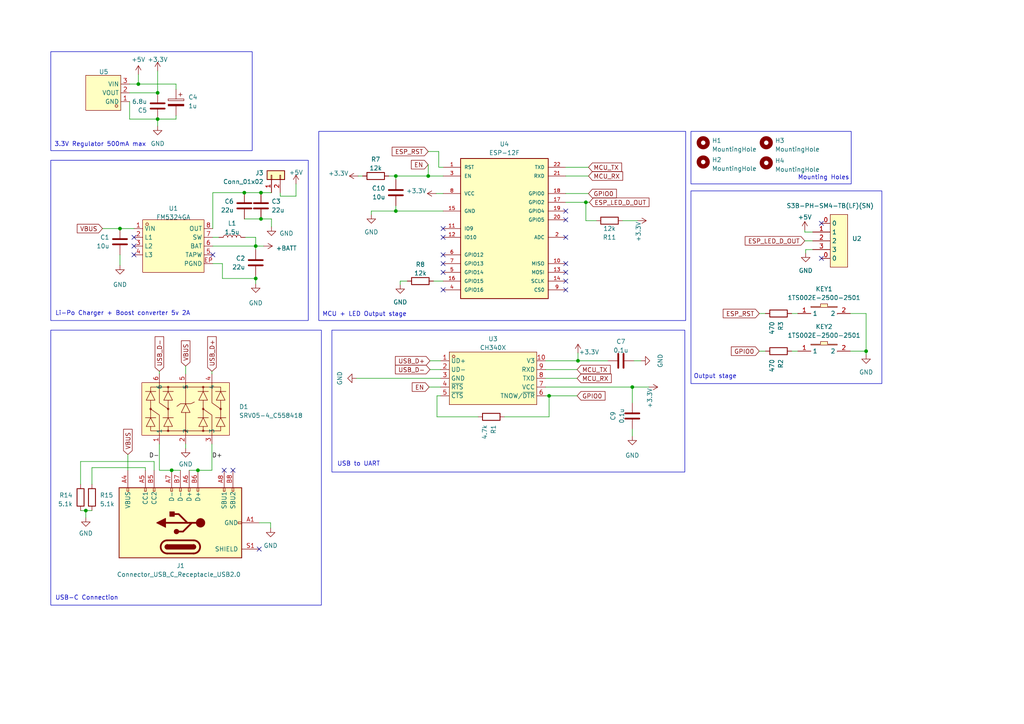
<source format=kicad_sch>
(kicad_sch (version 20231120) (generator "eeschema") (generator_version "8.0")
  (paper "A4")
  (lib_symbols
    (symbol "Connector_Generic:Conn_01x02" (pin_names (offset 1.016) hide)
      (property "Reference" "J" (at 0 2.54 0))
      (property "Value" "Conn_01x02" (at 0 -5.08 0))
      (symbol "Conn_01x02_1_1"
        (rectangle (start -1.27 -2.413) (end 0 -2.667) (stroke (width 0.1524)))
        (rectangle (start -1.27 0.127) (end 0 -0.127) (stroke (width 0.1524)))
        (rectangle (start -1.27 1.27) (end 1.27 -3.81) (stroke (width 0.254)) (fill (type background)))
        (pin passive line (at -5.08 0 0) (length 3.81) (name "Pin_1") (number "1"))
        (pin passive line (at -5.08 -2.54 0) (length 3.81) (name "Pin_2") (number "2"))
      )
    )
    (symbol "Device:C" (pin_numbers hide) (pin_names (offset 0.254))
      (property "Reference" "C" (at 0.635 2.54 0))
      (property "Value" "C" (at 0.635 -2.54 0))
      (symbol "C_0_1"
        (polyline (pts (xy -2.032 -0.762) (xy 2.032 -0.762)) (stroke (width 0.508)))
        (polyline (pts (xy -2.032 0.762) (xy 2.032 0.762)) (stroke (width 0.508)))
      )
      (symbol "C_1_1"
        (pin passive line (at 0 3.81 270) (length 2.794) (name "~") (number "1"))
        (pin passive line (at 0 -3.81 90) (length 2.794) (name "~") (number "2"))
      )
    )
    (symbol "Device:C_Polarized" (pin_numbers hide) (pin_names (offset 0.254))
      (property "Reference" "C" (at 0.635 2.54 0))
      (property "Value" "C_Polarized" (at 0.635 -2.54 0))
      (symbol "C_Polarized_0_1"
        (rectangle (start -2.286 0.508) (end 2.286 1.016))
        (polyline (pts (xy -1.778 2.286) (xy -0.762 2.286)))
        (polyline (pts (xy -1.27 2.794) (xy -1.27 1.778)))
        (rectangle (start 2.286 -0.508) (end -2.286 -1.016) (fill (type outline)))
      )
      (symbol "C_Polarized_1_1"
        (pin passive line (at 0 3.81 270) (length 2.794) (name "~") (number "1"))
        (pin passive line (at 0 -3.81 90) (length 2.794) (name "~") (number "2"))
      )
    )
    (symbol "Device:L" (pin_numbers hide) (pin_names (offset 1.016) hide)
      (property "Reference" "L" (at -1.27 0 90))
      (property "Value" "L" (at 1.905 0 90))
      (symbol "L_0_1"
        (arc (start 0 -2.54) (mid 0.6323 -1.905) (end 0 -1.27))
        (arc (start 0 -1.27) (mid 0.6323 -0.635) (end 0 0))
        (arc (start 0 0) (mid 0.6323 0.635) (end 0 1.27))
        (arc (start 0 1.27) (mid 0.6323 1.905) (end 0 2.54))
      )
      (symbol "L_1_1"
        (pin passive line (at 0 3.81 270) (length 1.27) (name "1") (number "1"))
        (pin passive line (at 0 -3.81 90) (length 1.27) (name "2") (number "2"))
      )
    )
    (symbol "Device:R" (pin_numbers hide) (pin_names (offset 0))
      (property "Reference" "R" (at 2.032 0 90))
      (property "Value" "R" (at 0 0 90))
      (symbol "R_0_1"
        (rectangle (start -1.016 -2.54) (end 1.016 2.54) (stroke (width 0.254)))
      )
      (symbol "R_1_1"
        (pin passive line (at 0 3.81 270) (length 1.27) (name "~") (number "1"))
        (pin passive line (at 0 -3.81 90) (length 1.27) (name "~") (number "2"))
      )
    )
    (symbol "ESP-12F:ESP-12F" (pin_names (offset 1.016))
      (property "Reference" "U" (at -12.7254 22.9057 0))
      (property "Value" "ESP-12F" (at -12.7237 -22.9026 0))
      (symbol "ESP-12F_0_0"
        (rectangle (start -12.7 -20.32) (end 12.7 20.32) (stroke (width 0.254)) (fill (type background)))
        (pin bidirectional line (at -17.78 17.78 0) (length 5.08) (name "RST") (number "1"))
        (pin bidirectional line (at 17.78 -10.16 180) (length 5.08) (name "MISO") (number "10"))
        (pin bidirectional line (at -17.78 0 0) (length 5.08) (name "IO9") (number "11"))
        (pin bidirectional line (at -17.78 -2.54 0) (length 5.08) (name "IO10") (number "12"))
        (pin bidirectional line (at 17.78 -12.7 180) (length 5.08) (name "MOSI") (number "13"))
        (pin bidirectional line (at 17.78 -15.24 180) (length 5.08) (name "SCLK") (number "14"))
        (pin bidirectional line (at -17.78 5.08 0) (length 5.08) (name "GND") (number "15"))
        (pin bidirectional line (at -17.78 -15.24 0) (length 5.08) (name "GPIO15") (number "16"))
        (pin bidirectional line (at 17.78 7.62 180) (length 5.08) (name "GPIO2") (number "17"))
        (pin bidirectional line (at 17.78 10.16 180) (length 5.08) (name "GPIO0") (number "18"))
        (pin bidirectional line (at 17.78 5.08 180) (length 5.08) (name "GPIO4") (number "19"))
        (pin bidirectional line (at 17.78 -2.54 180) (length 5.08) (name "ADC") (number "2"))
        (pin bidirectional line (at 17.78 2.54 180) (length 5.08) (name "GPIO5") (number "20"))
        (pin bidirectional line (at 17.78 15.24 180) (length 5.08) (name "RXD") (number "21"))
        (pin bidirectional line (at 17.78 17.78 180) (length 5.08) (name "TXD") (number "22"))
        (pin bidirectional line (at -17.78 15.24 0) (length 5.08) (name "EN") (number "3"))
        (pin bidirectional line (at -17.78 -17.78 0) (length 5.08) (name "GPIO16") (number "4"))
        (pin bidirectional line (at -17.78 -12.7 0) (length 5.08) (name "GPIO14") (number "5"))
        (pin bidirectional line (at -17.78 -7.62 0) (length 5.08) (name "GPIO12") (number "6"))
        (pin bidirectional line (at -17.78 -10.16 0) (length 5.08) (name "GPIO13") (number "7"))
        (pin bidirectional line (at -17.78 10.16 0) (length 5.08) (name "VCC") (number "8"))
        (pin bidirectional line (at 17.78 -17.78 180) (length 5.08) (name "CS0") (number "9"))
      )
    )
    (symbol "Easy EDA:1TS002E-2500-2501"
      (property "Reference" "KEY" (at 0 5.08 0))
      (property "Value" "1TS002E-2500-2501" (at 0 -5.08 0))
      (symbol "1TS002E-2500-2501_0_1"
        (arc (start -2.29 -0.25) (mid -2.29 -0.25) (end -2.29 -0.25))
        (polyline (pts (xy -3.81 2.03) (xy -3.81 1.78) (xy 3.81 1.78) (xy 3.81 2.03) (xy 1.02 2.03) (xy 1.02 2.79) (xy -1.02 2.79) (xy -1.02 2.03) (xy -3.81 2.03)) (fill (type background)))
        (arc (start 3.81 -0.25) (mid 3.81 -0.25) (end 3.81 -0.25))
        (pin unspecified line (at -7.62 0 0) (length 3.81) (name "1") (number "1"))
        (pin unspecified line (at 7.62 0 180) (length 3.81) (name "2") (number "2"))
      )
    )
    (symbol "Easy EDA:CH340X"
      (property "Reference" "U" (at 0 10.16 0))
      (property "Value" "CH340X" (at 0 -10.16 0))
      (symbol "CH340X_0_1"
        (rectangle (start -12.7 7.62) (end 12.7 -7.62) (fill (type background)))
        (circle (center -11.43 6.35) (radius 0.38))
        (pin unspecified line (at -15.24 5.08 0) (length 2.54) (name "UD+") (number "1"))
        (pin unspecified line (at 15.24 5.08 180) (length 2.54) (name "V3") (number "10"))
        (pin unspecified line (at -15.24 2.54 0) (length 2.54) (name "UD-") (number "2"))
        (pin unspecified line (at -15.24 0 0) (length 2.54) (name "GND") (number "3"))
        (pin unspecified line (at -15.24 -2.54 0) (length 2.54) (name "~{RTS}") (number "4"))
        (pin unspecified line (at -15.24 -5.08 0) (length 2.54) (name "~{CTS}") (number "5"))
        (pin unspecified line (at 15.24 -5.08 180) (length 2.54) (name "TNOW/~{DTR}") (number "6"))
        (pin unspecified line (at 15.24 -2.54 180) (length 2.54) (name "VCC") (number "7"))
        (pin unspecified line (at 15.24 0 180) (length 2.54) (name "TXD") (number "8"))
        (pin unspecified line (at 15.24 2.54 180) (length 2.54) (name "RXD") (number "9"))
      )
    )
    (symbol "Easy EDA:FM5324GA"
      (property "Reference" "U" (at 0 8.89 0))
      (property "Value" "FM5324GA" (at 0 -11.43 0))
      (symbol "FM5324GA_0_1"
        (rectangle (start -8.89 6.35) (end 8.89 -8.89) (fill (type background)))
        (circle (center -7.62 5.08) (radius 0.38))
      )
      (symbol "FM5324GA_1_1"
        (pin input line (at -11.43 3.81 0) (length 2.54) (name "VIN") (number "1"))
        (pin output line (at -11.43 1.27 0) (length 2.54) (name "L1") (number "2"))
        (pin output line (at -11.43 -1.27 0) (length 2.54) (name "L2") (number "3"))
        (pin output line (at -11.43 -3.81 0) (length 2.54) (name "L3") (number "4"))
        (pin bidirectional line (at 11.43 -3.81 180) (length 2.54) (name "TAPW") (number "5"))
        (pin bidirectional line (at 11.43 -1.27 180) (length 2.54) (name "BAT") (number "6"))
        (pin input line (at 11.43 1.27 180) (length 2.54) (name "SW") (number "7"))
        (pin output line (at 11.43 3.81 180) (length 2.54) (name "OUT") (number "8"))
        (pin bidirectional line (at 11.43 -6.35 180) (length 2.54) (name "PGND") (number "EP"))
      )
    )
    (symbol "Easy EDA:S3B-PH-SM4-TB(LF)(SN)"
      (property "Reference" "U" (at 0 10.16 0))
      (property "Value" "S3B-PH-SM4-TB(LF)(SN)" (at 0 -10.16 0))
      (symbol "S3B-PH-SM4-TB(LF)(SN)_0_1"
        (rectangle (start 0 7.62) (end 5.08 -7.62) (fill (type background)))
        (pin unspecified line (at -2.54 -5.08 0) (length 2.54) (name "0") (number "0"))
        (pin unspecified line (at -2.54 5.08 0) (length 2.54) (name "0") (number "0"))
        (pin unspecified line (at -5.08 2.54 0) (length 5.08) (name "1") (number "1"))
        (pin unspecified line (at -5.08 0 0) (length 5.08) (name "2") (number "2"))
        (pin unspecified line (at -5.08 -2.54 0) (length 5.08) (name "3") (number "3"))
      )
    )
    (symbol "Easy EDA:SRV05-4_C558418"
      (property "Reference" "D" (at 0 15.24 0))
      (property "Value" "SRV05-4_C558418" (at 0 -15.24 0))
      (symbol "SRV05-4_C558418_0_1"
        (rectangle (start -12.7 7.62) (end 12.7 -7.62) (fill (type background)))
        (circle (center -10.16 0) (radius 0.25))
        (circle (center -5.08 -6.35) (radius 0.25))
        (circle (center -5.08 0) (radius 0.25))
        (circle (center -5.08 6.35) (radius 0.25))
        (circle (center 0 -6.35) (radius 0.25))
        (polyline (pts (xy -11.68 -2.54) (xy -8.64 -2.54)))
        (polyline (pts (xy -11.68 5.08) (xy -8.64 5.08)))
        (polyline (pts (xy -10.16 2.54) (xy -10.16 -2.54)))
        (polyline (pts (xy -6.6 -2.54) (xy -3.56 -2.54)))
        (polyline (pts (xy -6.6 5.08) (xy -3.56 5.08)))
        (polyline (pts (xy -5.08 -5.08) (xy -5.08 -6.35)))
        (polyline (pts (xy -5.08 2.54) (xy -5.08 -2.54)))
        (polyline (pts (xy -5.08 5.08) (xy -5.08 6.35)))
        (polyline (pts (xy 0 -6.35) (xy 0 -7.62)))
        (polyline (pts (xy 0 -1.02) (xy 0 -6.35)))
        (polyline (pts (xy 0 1.52) (xy 0 6.35)))
        (polyline (pts (xy 0 7.62) (xy 0 6.35)))
        (polyline (pts (xy 3.56 -2.54) (xy 6.6 -2.54)))
        (polyline (pts (xy 3.56 5.08) (xy 6.6 5.08)))
        (polyline (pts (xy 5.08 -5.08) (xy 5.08 -6.35)))
        (polyline (pts (xy 5.08 2.54) (xy 5.08 -2.54)))
        (polyline (pts (xy 5.08 5.08) (xy 5.08 6.35)))
        (polyline (pts (xy 8.64 -2.54) (xy 11.68 -2.54)))
        (polyline (pts (xy 8.64 5.08) (xy 11.68 5.08)))
        (polyline (pts (xy 10.16 2.54) (xy 10.16 -2.54)))
        (polyline (pts (xy -10.16 0) (xy -7.62 -1.78) (xy -7.62 -7.62)))
        (polyline (pts (xy -5.08 0) (xy -7.62 1.78) (xy -7.62 7.62)))
        (polyline (pts (xy 5.08 0) (xy 7.62 -1.78) (xy 7.62 -7.62)))
        (polyline (pts (xy 10.16 0) (xy 7.62 1.78) (xy 7.62 7.62)))
        (polyline (pts (xy -11.43 -5.08) (xy -10.16 -2.54) (xy -8.89 -5.08) (xy -11.43 -5.08)) (fill (type background)))
        (polyline (pts (xy -11.43 2.54) (xy -10.16 5.08) (xy -8.89 2.54) (xy -11.43 2.54)) (fill (type background)))
        (polyline (pts (xy -10.16 5.08) (xy -10.16 6.35) (xy 10.16 6.35) (xy 10.16 5.08)))
        (polyline (pts (xy -6.35 -5.08) (xy -5.08 -2.54) (xy -3.81 -5.08) (xy -6.35 -5.08)) (fill (type background)))
        (polyline (pts (xy -6.35 2.54) (xy -5.08 5.08) (xy -3.81 2.54) (xy -6.35 2.54)) (fill (type background)))
        (polyline (pts (xy -2.54 0.76) (xy -1.52 1.52) (xy 1.52 1.52) (xy 2.54 2.03)))
        (polyline (pts (xy -1.27 -1.02) (xy 0 1.52) (xy 1.27 -1.02) (xy -1.27 -1.02)) (fill (type background)))
        (polyline (pts (xy 3.81 -5.08) (xy 5.08 -2.54) (xy 6.35 -5.08) (xy 3.81 -5.08)) (fill (type background)))
        (polyline (pts (xy 3.81 2.54) (xy 5.08 5.08) (xy 6.35 2.54) (xy 3.81 2.54)) (fill (type background)))
        (polyline (pts (xy 8.89 -5.08) (xy 10.16 -2.54) (xy 11.43 -5.08) (xy 8.89 -5.08)) (fill (type background)))
        (polyline (pts (xy 8.89 2.54) (xy 10.16 5.08) (xy 11.43 2.54) (xy 8.89 2.54)) (fill (type background)))
        (polyline (pts (xy 10.16 -5.08) (xy 10.16 -6.35) (xy -10.16 -6.35) (xy -10.16 -5.08)))
        (circle (center 0 6.35) (radius 0.25))
        (circle (center 5.08 -6.35) (radius 0.25))
        (circle (center 5.08 0) (radius 0.25))
        (circle (center 5.08 6.35) (radius 0.25))
        (circle (center 10.16 0) (radius 0.25))
        (pin unspecified line (at -7.62 -10.16 90) (length 2.54) (name "1") (number "1"))
        (pin unspecified line (at 0 -10.16 90) (length 2.54) (name "2") (number "2"))
        (pin unspecified line (at 7.62 -10.16 90) (length 2.54) (name "3") (number "3"))
        (pin unspecified line (at 7.62 10.16 270) (length 2.54) (name "4") (number "4"))
        (pin unspecified line (at 0 10.16 270) (length 2.54) (name "5") (number "5"))
        (pin unspecified line (at -7.62 10.16 270) (length 2.54) (name "6") (number "6"))
      )
    )
    (symbol "Easy EDA:SSP7603P33MR"
      (property "Reference" "U" (at 0 7.62 0))
      (property "Value" "SSP7603P33MR" (at 0 -7.62 0))
      (symbol "SSP7603P33MR_0_1"
        (rectangle (start -5.08 5.08) (end 5.08 -5.08) (fill (type background)))
        (circle (center -3.81 3.81) (radius 0.38))
        (pin unspecified line (at -7.62 2.54 0) (length 2.54) (name "GND") (number "1"))
        (pin unspecified line (at -7.62 0 0) (length 2.54) (name "VOUT") (number "2"))
        (pin unspecified line (at -7.62 -2.54 0) (length 2.54) (name "VIN") (number "3"))
      )
    )
    (symbol "Mechanical:MountingHole" (pin_names (offset 1.016))
      (property "Reference" "H" (at 0 5.08 0))
      (property "Value" "MountingHole" (at 0 3.175 0))
      (symbol "MountingHole_0_1"
        (circle (center 0 0) (radius 1.27) (stroke (width 1.27)))
      )
    )
    (symbol "USB-C-20:Connector_USB_C_Receptacle_USB2.0" (pin_names (offset 1.016))
      (property "Reference" "J" (at -10.16 19.05 0))
      (property "Value" "Connector_USB_C_Receptacle_USB2.0" (at 19.05 19.05 0))
      (symbol "Connector_USB_C_Receptacle_USB2.0_0_0"
        (rectangle (start -0.254 -17.78) (end 0.254 -16.764))
        (rectangle (start 10.16 -14.986) (end 9.144 -15.494))
        (rectangle (start 10.16 -12.446) (end 9.144 -12.954))
        (rectangle (start 10.16 -4.826) (end 9.144 -5.334))
        (rectangle (start 10.16 -2.286) (end 9.144 -2.794))
        (rectangle (start 10.16 0.254) (end 9.144 -0.254))
        (rectangle (start 10.16 2.794) (end 9.144 2.286))
        (rectangle (start 10.16 7.874) (end 9.144 7.366))
        (rectangle (start 10.16 10.414) (end 9.144 9.906))
        (rectangle (start 10.16 15.494) (end 9.144 14.986))
      )
      (symbol "Connector_USB_C_Receptacle_USB2.0_0_1"
        (rectangle (start -10.16 17.78) (end 10.16 -17.78) (stroke (width 0.254)) (fill (type background)))
        (arc (start -8.89 -3.81) (mid -6.985 -5.7067) (end -5.08 -3.81) (stroke (width 0.508)))
        (arc (start -7.62 -3.81) (mid -6.985 -4.4423) (end -6.35 -3.81) (stroke (width 0.254)))
        (arc (start -7.62 -3.81) (mid -6.985 -4.4423) (end -6.35 -3.81) (stroke (width 0.254)) (fill (type outline)))
        (rectangle (start -7.62 -3.81) (end -6.35 3.81) (stroke (width 0.254)) (fill (type outline)))
        (arc (start -6.35 3.81) (mid -6.985 4.4423) (end -7.62 3.81) (stroke (width 0.254)))
        (arc (start -6.35 3.81) (mid -6.985 4.4423) (end -7.62 3.81) (stroke (width 0.254)) (fill (type outline)))
        (arc (start -5.08 3.81) (mid -6.985 5.7067) (end -8.89 3.81) (stroke (width 0.508)))
        (circle (center -2.54 1.143) (radius 0.635) (stroke (width 0.254)) (fill (type outline)))
        (circle (center 0 -5.842) (radius 1.27) (fill (type outline)))
        (polyline (pts (xy -8.89 -3.81) (xy -8.89 3.81)) (stroke (width 0.508)))
        (polyline (pts (xy -5.08 3.81) (xy -5.08 -3.81)) (stroke (width 0.508)))
        (polyline (pts (xy 0 -5.842) (xy 0 4.318)) (stroke (width 0.508)))
        (polyline (pts (xy 0 -3.302) (xy -2.54 -0.762) (xy -2.54 0.508)) (stroke (width 0.508)))
        (polyline (pts (xy 0 -2.032) (xy 2.54 0.508) (xy 2.54 1.778)) (stroke (width 0.508)))
        (polyline (pts (xy -1.27 4.318) (xy 0 6.858) (xy 1.27 4.318) (xy -1.27 4.318)) (stroke (width 0.254)) (fill (type outline)))
        (rectangle (start 1.905 1.778) (end 3.175 3.048) (stroke (width 0.254)) (fill (type outline)))
      )
      (symbol "Connector_USB_C_Receptacle_USB2.0_1_1"
        (pin power_in line (at 0 -22.86 90) (length 5.08) (name "GND") (number "A1"))
        (pin power_in line (at 0 -22.86 90) (length 5.08) hide (name "GND") (number "A12"))
        (pin power_in line (at 15.24 15.24 180) (length 5.08) (name "VBUS") (number "A4"))
        (pin bidirectional line (at 15.24 10.16 180) (length 5.08) (name "CC1") (number "A5"))
        (pin bidirectional line (at 15.24 -2.54 180) (length 5.08) (name "D+") (number "A6"))
        (pin bidirectional line (at 15.24 2.54 180) (length 5.08) (name "D-") (number "A7"))
        (pin bidirectional line (at 15.24 -12.7 180) (length 5.08) (name "SBU1") (number "A8"))
        (pin power_in line (at 15.24 15.24 180) (length 5.08) hide (name "VBUS") (number "A9"))
        (pin power_in line (at 0 -22.86 90) (length 5.08) hide (name "GND") (number "B1"))
        (pin power_in line (at 0 -22.86 90) (length 5.08) hide (name "GND") (number "B12"))
        (pin power_in line (at 15.24 15.24 180) (length 5.08) hide (name "VBUS") (number "B4"))
        (pin bidirectional line (at 15.24 7.62 180) (length 5.08) (name "CC2") (number "B5"))
        (pin bidirectional line (at 15.24 -5.08 180) (length 5.08) (name "D+") (number "B6"))
        (pin bidirectional line (at 15.24 0 180) (length 5.08) (name "D-") (number "B7"))
        (pin bidirectional line (at 15.24 -15.24 180) (length 5.08) (name "SBU2") (number "B8"))
        (pin power_in line (at 15.24 15.24 180) (length 5.08) hide (name "VBUS") (number "B9"))
        (pin passive line (at -7.62 -22.86 90) (length 5.08) (name "SHIELD") (number "S1"))
      )
    )
    (symbol "power:+3.3V" (power) (pin_names (offset 0))
      (property "Value" "+3.3V" (at 0 3.556 0))
      (symbol "+3.3V_0_1"
        (polyline (pts (xy -0.762 1.27) (xy 0 2.54)))
        (polyline (pts (xy 0 0) (xy 0 2.54)))
        (polyline (pts (xy 0 2.54) (xy 0.762 1.27)))
      )
      (symbol "+3.3V_1_1"
        (pin power_in line (at 0 0 90) (length 0) hide (name "+3.3V") (number "1"))
      )
    )
    (symbol "power:+5V" (power) (pin_names (offset 0))
      (property "Value" "+5V" (at 0 3.556 0))
      (symbol "+5V_0_1"
        (polyline (pts (xy -0.762 1.27) (xy 0 2.54)))
        (polyline (pts (xy 0 0) (xy 0 2.54)))
        (polyline (pts (xy 0 2.54) (xy 0.762 1.27)))
      )
      (symbol "+5V_1_1"
        (pin power_in line (at 0 0 90) (length 0) hide (name "+5V") (number "1"))
      )
    )
    (symbol "power:+BATT" (power) (pin_names (offset 0))
      (property "Value" "+BATT" (at 0 3.556 0))
      (symbol "+BATT_0_1"
        (polyline (pts (xy -0.762 1.27) (xy 0 2.54)))
        (polyline (pts (xy 0 0) (xy 0 2.54)))
        (polyline (pts (xy 0 2.54) (xy 0.762 1.27)))
      )
      (symbol "+BATT_1_1"
        (pin power_in line (at 0 0 90) (length 0) hide (name "+BATT") (number "1"))
      )
    )
    (symbol "power:GND" (power) (pin_names (offset 0))
      (property "Value" "GND" (at 0 -3.81 0))
      (symbol "GND_0_1"
        (polyline (pts (xy 0 0) (xy 0 -1.27) (xy 1.27 -1.27) (xy 0 -2.54) (xy -1.27 -1.27) (xy 0 -1.27)))
      )
      (symbol "GND_1_1"
        (pin power_in line (at 0 0 270) (length 0) hide (name "GND") (number "1"))
      )
    )
  )
  (junction (at 114.808 51.054))
  (junction (at 34.798 66.294))
  (junction (at 49.784 136.398))
  (junction (at 45.72 34.544))
  (junction (at 74.168 71.374))
  (junction (at 74.168 80.772))
  (junction (at 251.206 101.854))
  (junction (at 159.258 114.808))
  (junction (at 183.388 112.268))
  (junction (at 24.892 148.082))
  (junction (at 57.404 136.398))
  (junction (at 40.132 24.384))
  (junction (at 75.692 55.88))
  (junction (at 169.926 58.674))
  (junction (at 114.808 61.214))
  (junction (at 124.206 51.054))
  (junction (at 70.866 55.88))
  (junction (at 167.64 104.648))
  (junction (at 75.692 63.5))
  (junction (at 45.72 26.924))
  (no_connect (at 164.084 68.834))
  (no_connect (at 75.184 159.258))
  (no_connect (at 164.084 78.994))
  (no_connect (at 128.524 78.994))
  (no_connect (at 164.084 84.074))
  (no_connect (at 128.524 68.834))
  (no_connect (at 38.862 73.914))
  (no_connect (at 238.252 64.77))
  (no_connect (at 61.722 73.914))
  (no_connect (at 38.862 71.374))
  (no_connect (at 128.524 73.914))
  (no_connect (at 238.252 74.93))
  (no_connect (at 67.564 136.398))
  (no_connect (at 128.524 66.294))
  (no_connect (at 38.862 68.834))
  (no_connect (at 164.084 81.534))
  (no_connect (at 128.524 76.454))
  (no_connect (at 65.024 136.398))
  (no_connect (at 164.084 76.454))
  (no_connect (at 164.084 63.754))
  (no_connect (at 128.524 84.074))
  (no_connect (at 164.084 61.214))
  (wire (pts (xy 61.722 55.88) (xy 70.866 55.88)))
  (wire (pts (xy 246.634 90.932) (xy 251.206 90.932)))
  (wire (pts (xy 114.808 59.69) (xy 114.808 61.214)))
  (wire (pts (xy 74.168 68.834) (xy 74.168 71.374)))
  (wire (pts (xy 75.692 55.88) (xy 78.74 55.88)))
  (wire (pts (xy 57.404 136.398) (xy 61.468 136.398)))
  (wire (pts (xy 74.168 80.772) (xy 74.168 82.296)))
  (wire (pts (xy 183.388 112.268) (xy 188.214 112.268)))
  (wire (pts (xy 51.054 34.544) (xy 45.72 34.544)))
  (wire (pts (xy 81.28 56.896) (xy 85.852 56.896)))
  (wire (pts (xy 183.388 124.46) (xy 183.388 126.492)))
  (wire (pts (xy 51.054 33.528) (xy 51.054 34.544)))
  (wire (pts (xy 124.206 47.752) (xy 124.206 51.054)))
  (wire (pts (xy 167.64 104.648) (xy 167.64 102.362)))
  (wire (pts (xy 51.054 25.908) (xy 51.054 24.384)))
  (wire (pts (xy 37.592 24.384) (xy 40.132 24.384)))
  (wire (pts (xy 45.72 34.544) (xy 37.592 34.544)))
  (wire (pts (xy 46.228 136.398) (xy 46.228 128.778)))
  (wire (pts (xy 54.864 136.398) (xy 57.404 136.398)))
  (wire (pts (xy 158.242 107.188) (xy 167.386 107.188)))
  (wire (pts (xy 70.866 63.5) (xy 75.692 63.5)))
  (wire (pts (xy 183.896 104.648) (xy 185.928 104.648)))
  (wire (pts (xy 164.084 51.054) (xy 170.688 51.054)))
  (wire (pts (xy 127.254 48.514) (xy 128.524 48.514)))
  (wire (pts (xy 159.258 114.808) (xy 158.242 114.808)))
  (wire (pts (xy 64.516 80.772) (xy 74.168 80.772)))
  (wire (pts (xy 169.926 58.674) (xy 169.926 64.008)))
  (wire (pts (xy 167.64 104.648) (xy 158.242 104.648)))
  (wire (pts (xy 78.486 151.638) (xy 78.486 153.162)))
  (wire (pts (xy 112.776 51.054) (xy 114.808 51.054)))
  (wire (pts (xy 233.426 67.31) (xy 233.426 66.802)))
  (wire (pts (xy 40.132 21.59) (xy 40.132 24.384)))
  (wire (pts (xy 169.926 58.674) (xy 170.942 58.674)))
  (wire (pts (xy 235.712 72.39) (xy 233.68 72.39)))
  (wire (pts (xy 46.228 107.696) (xy 46.228 108.458)))
  (wire (pts (xy 126.492 56.134) (xy 128.524 56.134)))
  (wire (pts (xy 124.206 43.942) (xy 127.254 43.942)))
  (wire (pts (xy 61.468 107.696) (xy 61.468 108.458)))
  (wire (pts (xy 64.516 76.454) (xy 64.516 80.772)))
  (wire (pts (xy 116.078 81.534) (xy 116.078 82.55)))
  (wire (pts (xy 167.64 104.648) (xy 176.276 104.648)))
  (wire (pts (xy 220.218 101.854) (xy 221.996 101.854)))
  (wire (pts (xy 107.696 61.214) (xy 107.696 62.23)))
  (wire (pts (xy 159.258 114.808) (xy 159.258 120.904)))
  (wire (pts (xy 78.74 63.5) (xy 75.692 63.5)))
  (wire (pts (xy 233.68 72.39) (xy 233.68 73.406)))
  (wire (pts (xy 70.866 55.88) (xy 75.692 55.88)))
  (wire (pts (xy 75.184 151.638) (xy 78.486 151.638)))
  (wire (pts (xy 183.388 112.268) (xy 183.388 116.84)))
  (wire (pts (xy 78.74 63.5) (xy 78.74 65.786)))
  (wire (pts (xy 124.714 104.648) (xy 127.762 104.648)))
  (wire (pts (xy 251.206 101.854) (xy 251.206 102.87)))
  (wire (pts (xy 246.634 101.854) (xy 251.206 101.854)))
  (wire (pts (xy 159.258 120.904) (xy 146.304 120.904)))
  (wire (pts (xy 124.714 107.188) (xy 127.762 107.188)))
  (wire (pts (xy 127.254 43.942) (xy 127.254 48.514)))
  (wire (pts (xy 34.798 73.914) (xy 34.798 76.962)))
  (wire (pts (xy 229.616 90.932) (xy 231.394 90.932)))
  (wire (pts (xy 235.712 67.31) (xy 233.426 67.31)))
  (wire (pts (xy 164.084 48.514) (xy 170.688 48.514)))
  (wire (pts (xy 42.164 135.636) (xy 42.164 136.398)))
  (wire (pts (xy 74.168 71.374) (xy 76.454 71.374)))
  (wire (pts (xy 44.704 133.858) (xy 23.368 133.858)))
  (wire (pts (xy 45.72 20.574) (xy 45.72 26.924)))
  (wire (pts (xy 81.28 56.896) (xy 81.28 55.88)))
  (wire (pts (xy 103.886 51.054) (xy 105.156 51.054)))
  (wire (pts (xy 114.808 51.054) (xy 114.808 52.07)))
  (wire (pts (xy 23.368 133.858) (xy 23.368 140.462)))
  (wire (pts (xy 114.808 61.214) (xy 107.696 61.214)))
  (wire (pts (xy 74.168 72.39) (xy 74.168 71.374)))
  (wire (pts (xy 164.084 58.674) (xy 169.926 58.674)))
  (wire (pts (xy 126.746 114.808) (xy 127.762 114.808)))
  (wire (pts (xy 34.798 66.294) (xy 38.862 66.294)))
  (wire (pts (xy 124.46 112.268) (xy 127.762 112.268)))
  (wire (pts (xy 158.242 109.728) (xy 167.386 109.728)))
  (wire (pts (xy 61.722 68.834) (xy 63.5 68.834)))
  (wire (pts (xy 138.684 120.904) (xy 126.746 120.904)))
  (wire (pts (xy 49.784 136.398) (xy 52.324 136.398)))
  (wire (pts (xy 74.168 80.01) (xy 74.168 80.772)))
  (wire (pts (xy 220.218 90.932) (xy 221.996 90.932)))
  (wire (pts (xy 23.368 148.082) (xy 24.892 148.082)))
  (wire (pts (xy 126.746 120.904) (xy 126.746 114.808)))
  (wire (pts (xy 61.722 55.88) (xy 61.722 66.294)))
  (wire (pts (xy 37.592 26.924) (xy 45.72 26.924)))
  (wire (pts (xy 26.67 140.462) (xy 26.67 135.636)))
  (wire (pts (xy 172.974 64.008) (xy 169.926 64.008)))
  (wire (pts (xy 114.808 61.214) (xy 128.524 61.214)))
  (wire (pts (xy 37.084 131.826) (xy 37.084 136.398)))
  (wire (pts (xy 251.206 90.932) (xy 251.206 101.854)))
  (wire (pts (xy 159.258 114.808) (xy 167.386 114.808)))
  (wire (pts (xy 125.73 81.534) (xy 128.524 81.534)))
  (wire (pts (xy 61.722 71.374) (xy 74.168 71.374)))
  (wire (pts (xy 233.426 69.85) (xy 235.712 69.85)))
  (wire (pts (xy 45.72 36.576) (xy 45.72 34.544)))
  (wire (pts (xy 85.852 56.896) (xy 85.852 53.34)))
  (wire (pts (xy 103.378 109.728) (xy 127.762 109.728)))
  (wire (pts (xy 158.242 112.268) (xy 183.388 112.268)))
  (wire (pts (xy 40.132 24.384) (xy 51.054 24.384)))
  (wire (pts (xy 74.168 68.834) (xy 71.12 68.834)))
  (wire (pts (xy 44.704 136.398) (xy 44.704 133.858)))
  (wire (pts (xy 124.206 51.054) (xy 128.524 51.054)))
  (wire (pts (xy 118.11 81.534) (xy 116.078 81.534)))
  (wire (pts (xy 114.808 51.054) (xy 124.206 51.054)))
  (wire (pts (xy 229.616 101.854) (xy 231.394 101.854)))
  (wire (pts (xy 53.848 128.778) (xy 53.848 130.048)))
  (wire (pts (xy 26.67 135.636) (xy 42.164 135.636)))
  (wire (pts (xy 180.594 64.008) (xy 184.912 64.008)))
  (wire (pts (xy 61.468 136.398) (xy 61.468 128.778)))
  (wire (pts (xy 24.892 148.082) (xy 26.67 148.082)))
  (wire (pts (xy 61.722 76.454) (xy 64.516 76.454)))
  (wire (pts (xy 24.892 148.082) (xy 24.892 150.114)))
  (wire (pts (xy 53.848 106.172) (xy 53.848 108.458)))
  (wire (pts (xy 37.592 34.544) (xy 37.592 29.464)))
  (wire (pts (xy 29.718 66.294) (xy 34.798 66.294)))
  (wire (pts (xy 164.084 56.134) (xy 170.688 56.134)))
  (wire (pts (xy 49.784 136.398) (xy 46.228 136.398)))
  (rectangle (start 14.732 46.482) (end 89.408 92.964))
  (rectangle (start 14.732 95.758) (end 93.218 175.514))
  (rectangle (start 200.406 38.1) (end 246.888 53.34))
  (rectangle (start 200.406 55.372) (end 255.778 111.252))
  (rectangle (start 92.456 38.1) (end 198.882 92.964))
  (rectangle (start 14.732 14.986) (end 73.152 43.688))
  (rectangle (start 96.266 95.758) (end 198.628 136.906))
  (text "USB-C Connection" (at 16.002 174.244 0) (effects (font (size 1.27 1.27)) (justify left bottom)))
  (text "Mounting Holes" (at 231.394 52.324 0) (effects (font (size 1.27 1.27)) (justify left bottom)))
  (text "Output stage" (at 201.168 109.982 0) (effects (font (size 1.27 1.27)) (justify left bottom)))
  (text "3.3V Regulator 500mA max" (at 15.748 42.672 0) (effects (font (size 1.27 1.27)) (justify left bottom)))
  (text "MCU + LED Output stage" (at 93.472 91.948 0) (effects (font (size 1.27 1.27)) (justify left bottom)))
  (text "Li-Po Charger + Boost converter 5v 2A" (at 16.002 91.694 0) (effects (font (size 1.27 1.27)) (justify left bottom)))
  (text "USB to UART" (at 97.79 135.382 0) (effects (font (size 1.27 1.27)) (justify left bottom)))
  (label "D-" (at 46.228 133.096 180))
  (label "D+" (at 61.468 133.096 0))
  (global_label "USB_D+" (shape input) (at 124.714 104.648 180) (property "Intersheetrefs" "${INTERSHEET_REFS}" (effects (hide yes))))
  (global_label "ESP_RST" (shape input) (at 124.206 43.942 180) (property "Intersheetrefs" "${INTERSHEET_REFS}" (effects (hide yes))))
  (global_label "GPIO0" (shape input) (at 167.386 114.808 0) (property "Intersheetrefs" "${INTERSHEET_REFS}" (effects (hide yes))))
  (global_label "MCU_RX" (shape input) (at 170.688 51.054 0) (property "Intersheetrefs" "${INTERSHEET_REFS}" (effects (hide yes))))
  (global_label "USB_D-" (shape input) (at 124.714 107.188 180) (property "Intersheetrefs" "${INTERSHEET_REFS}" (effects (hide yes))))
  (global_label "MCU_TX" (shape input) (at 167.386 107.188 0) (property "Intersheetrefs" "${INTERSHEET_REFS}" (effects (hide yes))))
  (global_label "VBUS" (shape input) (at 37.084 131.826 90) (property "Intersheetrefs" "${INTERSHEET_REFS}" (effects (hide yes))))
  (global_label "USB_D+" (shape input) (at 61.468 107.696 90) (property "Intersheetrefs" "${INTERSHEET_REFS}" (effects (hide yes))))
  (global_label "MCU_RX" (shape input) (at 167.386 109.728 0) (property "Intersheetrefs" "${INTERSHEET_REFS}" (effects (hide yes))))
  (global_label "EN" (shape input) (at 124.206 47.752 180) (property "Intersheetrefs" "${INTERSHEET_REFS}" (effects (hide yes))))
  (global_label "VBUS" (shape input) (at 29.718 66.294 180) (property "Intersheetrefs" "${INTERSHEET_REFS}" (effects (hide yes))))
  (global_label "GPIO0" (shape input) (at 170.688 56.134 0) (property "Intersheetrefs" "${INTERSHEET_REFS}" (effects (hide yes))))
  (global_label "EN" (shape input) (at 124.46 112.268 180) (property "Intersheetrefs" "${INTERSHEET_REFS}" (effects (hide yes))))
  (global_label "ESP_LED_D_OUT" (shape input) (at 170.942 58.674 0) (property "Intersheetrefs" "${INTERSHEET_REFS}" (effects (hide yes))))
  (global_label "USB_D-" (shape input) (at 46.228 107.696 90) (property "Intersheetrefs" "${INTERSHEET_REFS}" (effects (hide yes))))
  (global_label "GPIO0" (shape input) (at 220.218 101.854 180) (property "Intersheetrefs" "${INTERSHEET_REFS}" (effects (hide yes))))
  (global_label "VBUS" (shape input) (at 53.848 106.172 90) (property "Intersheetrefs" "${INTERSHEET_REFS}" (effects (hide yes))))
  (global_label "MCU_TX" (shape input) (at 170.688 48.514 0) (property "Intersheetrefs" "${INTERSHEET_REFS}" (effects (hide yes))))
  (global_label "ESP_LED_D_OUT" (shape input) (at 233.426 69.85 180) (property "Intersheetrefs" "${INTERSHEET_REFS}" (effects (hide yes))))
  (global_label "ESP_RST" (shape input) (at 220.218 90.932 180) (property "Intersheetrefs" "${INTERSHEET_REFS}" (effects (hide yes))))
  (symbol (lib_id "power:+5V") (at 233.426 66.802 0) (unit 1)
    (property "Reference" "#PWR031" (effects (hide yes)))
    (property "Value" "+5V" (at 233.426 62.992 0))
  )
  (symbol (lib_id "Device:C") (at 74.168 76.2 0) (mirror x) (unit 1)
    (property "Reference" "C2" (at 71.12 74.93 0) (effects (justify right)))
    (property "Value" "22u" (at 71.12 77.47 0) (effects (justify right)))
    (property "Footprint" "Capacitor_SMD:C_0603_1608Metric" (effects (hide yes)))
  )
  (symbol (lib_id "Device:L") (at 67.31 68.834 90) (unit 1)
    (property "Reference" "L1" (at 67.31 64.77 90))
    (property "Value" "1.5u" (at 67.31 67.31 90))
    (property "Footprint" "EasyEDA Exports:IND-SMD_L2.5-W2.0" (effects (hide yes)))
  )
  (symbol (lib_id "Device:C") (at 183.388 120.65 0) (mirror x) (unit 1)
    (property "Reference" "C9" (at 177.8 120.65 90))
    (property "Value" "0.1u" (at 180.34 120.65 90))
    (property "Footprint" "Capacitor_SMD:C_0603_1608Metric" (effects (hide yes)))
  )
  (symbol (lib_id "power:+3.3V") (at 188.214 112.268 270) (unit 1)
    (property "Reference" "#PWR010" (effects (hide yes)))
    (property "Value" "+3.3V" (at 188.468 112.522 0) (effects (justify left)))
  )
  (symbol (lib_id "ESP-12F:ESP-12F") (at 146.304 66.294 0) (unit 1)
    (property "Reference" "U4" (at 146.304 41.783 0))
    (property "Value" "ESP-12F" (at 146.304 44.323 0))
    (property "Footprint" "ESP-12F:ESP-12F" (effects (hide yes)))
    (property "Description" "\nWiFi Module\n" (effects (hide yes)))
    (property "MF" "AI-Thinker" (effects (hide yes)))
    (property "Package" "Package" (effects (hide yes)))
    (property "Price" "None" (effects (hide yes)))
    (property "SnapEDA_Link" "https://www.snapeda.com/parts/ESP-12F/AI-Thinker/view-part/?ref=snap" (effects (hide yes)))
    (property "MP" "ESP-12F" (effects (hide yes)))
    (property "Availability" "Not in stock" (effects (hide yes)))
    (property "Check_prices" "https://www.snapeda.com/parts/ESP-12F/AI-Thinker/view-part/?ref=eda" (effects (hide yes)))
  )
  (symbol (lib_id "power:GND") (at 183.388 126.492 0) (unit 1)
    (property "Reference" "#PWR05" (effects (hide yes)))
    (property "Value" "GND" (at 183.388 132.08 0))
  )
  (symbol (lib_id "Device:R") (at 23.368 144.272 0) (unit 1)
    (property "Reference" "R14" (at 21.082 143.637 0) (effects (justify right)))
    (property "Value" "5.1k" (at 21.082 146.177 0) (effects (justify right)))
    (property "Footprint" "Resistor_SMD:R_0402_1005Metric" (effects (hide yes)))
  )
  (symbol (lib_id "USB-C-20:Connector_USB_C_Receptacle_USB2.0") (at 52.324 151.638 90) (unit 1)
    (property "Reference" "J1" (at 53.594 164.084 90) (effects (justify left)))
    (property "Value" "Connector_USB_C_Receptacle_USB2.0" (at 69.85 166.624 90) (effects (justify left)))
    (property "Footprint" "USB-C LCSC:TYPE-C-31-M-12" (effects (hide yes)))
  )
  (symbol (lib_id "Device:C") (at 75.692 59.69 180) (unit 1)
    (property "Reference" "C3" (at 78.74 58.42 0) (effects (justify right)))
    (property "Value" "22u" (at 78.74 60.96 0) (effects (justify right)))
    (property "Footprint" "Capacitor_SMD:C_0603_1608Metric" (effects (hide yes)))
  )
  (symbol (lib_id "power:+BATT") (at 76.454 71.374 270) (unit 1)
    (property "Reference" "#PWR01" (effects (hide yes)))
    (property "Value" "+BATT" (at 80.01 72.009 90) (effects (justify left)))
  )
  (symbol (lib_id "Easy EDA:S3B-PH-SM4-TB(LF)(SN)") (at 240.792 69.85 0) (unit 1)
    (property "Reference" "U2" (at 247.142 69.215 0) (effects (justify left)))
    (property "Value" "S3B-PH-SM4-TB(LF)(SN)" (at 228.092 59.69 0) (effects (justify left)))
    (property "Footprint" "EasyEDA Exports:CONN-SMD_S3B-PH-SM4-TB-LF-SN" (effects (hide yes)))
    (property "Datasheet" "https://lcsc.com/product-detail/Others_JST-Sales-America_S3B-PH-SM4-TB-LF-SN_JST-Sales-America-S3B-PH-SM4-TB-LF-SN_C265101.html" (effects (hide yes)))
    (property "LCSC Part" "C265101" (effects (hide yes)))
  )
  (symbol (lib_id "Easy EDA:SSP7603P33MR") (at 29.972 26.924 180) (unit 1)
    (property "Reference" "U5" (at 28.702 20.828 0) (effects (justify right)))
    (property "Value" "SSP7603P33MR" (effects (hide yes)))
    (property "Footprint" "EasyEDA Exports:SOT-23-3_L2.9-W1.6-P1.90-LS2.8-BR" (effects (hide yes)))
    (property "Datasheet" "https://lcsc.com/product-detail/Low-Dropout-Regulators-LDO_Shanghai-Siproin-Microelectronics-SSP7603P33MR_C411028.html" (effects (hide yes)))
    (property "LCSC Part" "C411028" (effects (hide yes)))
  )
  (symbol (lib_id "power:GND") (at 116.078 82.55 0) (unit 1)
    (property "Reference" "#PWR026" (effects (hide yes)))
    (property "Value" "GND" (at 116.078 87.63 0))
  )
  (symbol (lib_id "Device:C_Polarized") (at 51.054 29.718 0) (mirror y) (unit 1)
    (property "Reference" "C4" (at 54.61 28.194 0) (effects (justify right)))
    (property "Value" "1u" (at 54.61 30.734 0) (effects (justify right)))
    (property "Footprint" "EasyEDA Exports:CASE-A_3216" (effects (hide yes)))
  )
  (symbol (lib_id "Easy EDA:SRV05-4_C558418") (at 53.848 118.618 0) (unit 1)
    (property "Reference" "D1" (at 69.342 117.983 0) (effects (justify left)))
    (property "Value" "SRV05-4_C558418" (at 69.342 120.523 0) (effects (justify left)))
    (property "Footprint" "EasyEDA Exports:SOT-23-6_L2.9-W1.6-P0.95-LS2.8-BL" (effects (hide yes)))
    (property "LCSC Part" "C558418" (effects (hide yes)))
  )
  (symbol (lib_id "Mechanical:MountingHole") (at 222.25 41.402 0) (unit 1)
    (property "Reference" "H3" (at 224.79 40.767 0) (effects (justify left)))
    (property "Value" "MountingHole" (at 224.79 43.307 0) (effects (justify left)))
    (property "Footprint" "MountingHole:MountingHole_3.2mm_M3_DIN965_Pad_TopOnly" (effects (hide yes)))
  )
  (symbol (lib_id "power:+3.3V") (at 45.72 20.574 0) (unit 1)
    (property "Reference" "#PWR09" (effects (hide yes)))
    (property "Value" "+3.3V" (at 45.72 17.272 0))
  )
  (symbol (lib_id "power:GND") (at 74.168 82.296 0) (unit 1)
    (property "Reference" "#PWR03" (effects (hide yes)))
    (property "Value" "GND" (at 74.168 87.884 0))
  )
  (symbol (lib_id "Device:R") (at 26.67 144.272 0) (mirror y) (unit 1)
    (property "Reference" "R15" (at 28.956 143.637 0) (effects (justify right)))
    (property "Value" "5.1k" (at 28.956 146.177 0) (effects (justify right)))
    (property "Footprint" "Resistor_SMD:R_0402_1005Metric" (effects (hide yes)))
  )
  (symbol (lib_id "power:+3.3V") (at 126.492 56.134 90) (unit 1)
    (property "Reference" "#PWR027" (effects (hide yes)))
    (property "Value" "+3.3V" (at 123.698 55.372 90) (effects (justify left)))
  )
  (symbol (lib_id "power:GND") (at 45.72 36.576 0) (unit 1)
    (property "Reference" "#PWR07" (effects (hide yes)))
    (property "Value" "GND" (at 45.72 41.656 0))
  )
  (symbol (lib_id "power:+3.3V") (at 103.886 51.054 90) (unit 1)
    (property "Reference" "#PWR024" (effects (hide yes)))
    (property "Value" "+3.3V" (at 101.092 50.292 90) (effects (justify left)))
  )
  (symbol (lib_id "power:+3.3V") (at 184.912 64.008 270) (unit 1)
    (property "Reference" "#PWR028" (effects (hide yes)))
    (property "Value" "+3.3V" (at 185.166 64.262 0) (effects (justify left)))
  )
  (symbol (lib_id "Device:R") (at 176.784 64.008 90) (mirror x) (unit 1)
    (property "Reference" "R11" (at 176.784 68.834 90))
    (property "Value" "12k" (at 176.784 66.294 90))
    (property "Footprint" "Resistor_SMD:R_0402_1005Metric" (effects (hide yes)))
  )
  (symbol (lib_id "power:GND") (at 233.68 73.406 0) (unit 1)
    (property "Reference" "#PWR032" (effects (hide yes)))
    (property "Value" "GND" (at 233.68 78.486 0))
  )
  (symbol (lib_id "Mechanical:MountingHole") (at 203.962 46.99 0) (unit 1)
    (property "Reference" "H2" (at 206.502 46.355 0) (effects (justify left)))
    (property "Value" "MountingHole" (at 206.502 48.895 0) (effects (justify left)))
    (property "Footprint" "MountingHole:MountingHole_3.2mm_M3_DIN965_Pad_TopOnly" (effects (hide yes)))
  )
  (symbol (lib_id "power:GND") (at 53.848 130.048 0) (unit 1)
    (property "Reference" "#PWR014" (effects (hide yes)))
    (property "Value" "GND" (at 53.848 134.62 0))
  )
  (symbol (lib_id "power:GND") (at 78.74 65.786 0) (unit 1)
    (property "Reference" "#PWR04" (effects (hide yes)))
    (property "Value" "GND" (at 81.026 67.691 0) (effects (justify left)))
  )
  (symbol (lib_id "Easy EDA:CH340X") (at 143.002 109.728 0) (unit 1)
    (property "Reference" "U3" (at 143.002 98.298 0))
    (property "Value" "CH340X" (at 143.002 100.838 0))
    (property "Footprint" "EasyEDA Exports:MSOP-10_L3.0-W3.0-P0.50-LS5.0-BL" (effects (hide yes)))
    (property "LCSC Part" "C3035748" (effects (hide yes)))
  )
  (symbol (lib_id "Device:R") (at 225.806 101.854 270) (mirror x) (unit 1)
    (property "Reference" "R2" (at 226.441 104.14 0) (effects (justify right)))
    (property "Value" "470" (at 223.901 104.14 0) (effects (justify right)))
    (property "Footprint" "Resistor_SMD:R_0402_1005Metric" (effects (hide yes)))
  )
  (symbol (lib_id "Connector_Generic:Conn_01x02") (at 78.74 50.8 90) (unit 1)
    (property "Reference" "J3" (at 76.454 50.165 90) (effects (justify left)))
    (property "Value" "Conn_01x02" (at 76.454 52.705 90) (effects (justify left)))
    (property "Footprint" "Connector PAD SMD:2_PAD_1.5mm" (effects (hide yes)))
  )
  (symbol (lib_id "Device:C") (at 114.808 55.88 0) (mirror x) (unit 1)
    (property "Reference" "C10" (at 111.76 54.61 0) (effects (justify right)))
    (property "Value" "10u" (at 111.76 57.15 0) (effects (justify right)))
    (property "Footprint" "Capacitor_SMD:C_0603_1608Metric" (effects (hide yes)))
  )
  (symbol (lib_id "Easy EDA:1TS002E-2500-2501") (at 239.014 90.932 0) (unit 1)
    (property "Reference" "KEY1" (at 239.014 83.82 0))
    (property "Value" "1TS002E-2500-2501" (at 239.014 86.36 0))
    (property "Footprint" "EasyEDA Exports:KEY-SMD_L6.1-W3.7-P7.80-LS8.0" (effects (hide yes)))
    (property "Datasheet" "https://lcsc.com/product-detail/Others_HYP-1TS002E-2500-2501_C255802.html" (effects (hide yes)))
    (property "LCSC Part" "C255802" (effects (hide yes)))
  )
  (symbol (lib_id "power:+5V") (at 85.852 53.34 0) (unit 1)
    (property "Reference" "#PWR06" (effects (hide yes)))
    (property "Value" "+5V" (at 85.852 50.038 0))
  )
  (symbol (lib_id "power:GND") (at 107.696 62.23 0) (unit 1)
    (property "Reference" "#PWR025" (effects (hide yes)))
    (property "Value" "GND" (at 107.696 67.31 0))
  )
  (symbol (lib_id "Device:R") (at 142.494 120.904 270) (mirror x) (unit 1)
    (property "Reference" "R1" (at 143.129 123.19 0) (effects (justify right)))
    (property "Value" "4.7k" (at 140.589 123.19 0) (effects (justify right)))
    (property "Footprint" "Resistor_SMD:R_0402_1005Metric" (effects (hide yes)))
  )
  (symbol (lib_id "power:GND") (at 24.892 150.114 0) (unit 1)
    (property "Reference" "#PWR013" (effects (hide yes)))
    (property "Value" "GND" (at 24.892 154.686 0))
  )
  (symbol (lib_id "Device:C") (at 180.086 104.648 270) (unit 1)
    (property "Reference" "C7" (at 180.086 99.06 90))
    (property "Value" "0.1u" (at 180.086 101.6 90))
    (property "Footprint" "Capacitor_SMD:C_0603_1608Metric" (effects (hide yes)))
  )
  (symbol (lib_id "Mechanical:MountingHole") (at 222.25 47.244 0) (unit 1)
    (property "Reference" "H4" (at 224.79 46.609 0) (effects (justify left)))
    (property "Value" "MountingHole" (at 224.79 49.149 0) (effects (justify left)))
    (property "Footprint" "MountingHole:MountingHole_3.2mm_M3_DIN965_Pad_TopOnly" (effects (hide yes)))
  )
  (symbol (lib_id "Device:C") (at 45.72 30.734 0) (unit 1)
    (property "Reference" "C5" (at 42.672 32.004 0) (effects (justify right)))
    (property "Value" "6.8u" (at 42.672 29.464 0) (effects (justify right)))
    (property "Footprint" "Capacitor_SMD:C_0603_1608Metric" (effects (hide yes)))
  )
  (symbol (lib_id "Device:C") (at 34.798 70.104 0) (mirror x) (unit 1)
    (property "Reference" "C1" (at 31.75 68.834 0) (effects (justify right)))
    (property "Value" "10u" (at 31.75 71.374 0) (effects (justify right)))
    (property "Footprint" "Capacitor_SMD:C_0603_1608Metric" (effects (hide yes)))
  )
  (symbol (lib_id "Mechanical:MountingHole") (at 203.962 41.402 0) (unit 1)
    (property "Reference" "H1" (at 206.502 40.767 0) (effects (justify left)))
    (property "Value" "MountingHole" (at 206.502 43.307 0) (effects (justify left)))
    (property "Footprint" "MountingHole:MountingHole_3.2mm_M3_DIN965_Pad_TopOnly" (effects (hide yes)))
  )
  (symbol (lib_id "power:+5V") (at 40.132 21.59 0) (unit 1)
    (property "Reference" "#PWR08" (effects (hide yes)))
    (property "Value" "+5V" (at 40.132 17.272 0))
  )
  (symbol (lib_id "power:GND") (at 34.798 76.962 0) (unit 1)
    (property "Reference" "#PWR02" (effects (hide yes)))
    (property "Value" "GND" (at 34.798 82.55 0))
  )
  (symbol (lib_id "Device:R") (at 108.966 51.054 90) (unit 1)
    (property "Reference" "R7" (at 108.966 46.228 90))
    (property "Value" "12k" (at 108.966 48.768 90))
    (property "Footprint" "Resistor_SMD:R_0402_1005Metric" (effects (hide yes)))
  )
  (symbol (lib_id "Device:R") (at 225.806 90.932 270) (mirror x) (unit 1)
    (property "Reference" "R3" (at 226.441 93.218 0) (effects (justify right)))
    (property "Value" "470" (at 223.901 93.218 0) (effects (justify right)))
    (property "Footprint" "Resistor_SMD:R_0402_1005Metric" (effects (hide yes)))
  )
  (symbol (lib_id "power:GND") (at 251.206 102.87 0) (unit 1)
    (property "Reference" "#PWR012" (effects (hide yes)))
    (property "Value" "GND" (at 251.206 107.95 0))
  )
  (symbol (lib_id "power:+3.3V") (at 167.64 102.362 0) (unit 1)
    (property "Reference" "#PWR011" (effects (hide yes)))
    (property "Value" "+3.3V" (at 167.894 102.108 0) (effects (justify left)))
  )
  (symbol (lib_id "Easy EDA:FM5324GA") (at 50.292 70.104 0) (unit 1)
    (property "Reference" "U1" (at 50.292 60.452 0))
    (property "Value" "FM5324GA" (at 50.292 62.992 0))
    (property "Footprint" "EasyEDA Exports:eSOP-8_3.9x4.9mm_P1.27mm" (effects (hide yes)))
    (property "LCSC Part" "C2875120" (effects (hide yes)))
  )
  (symbol (lib_id "Device:R") (at 121.92 81.534 270) (mirror x) (unit 1)
    (property "Reference" "R8" (at 121.92 76.708 90))
    (property "Value" "12k" (at 121.92 79.248 90))
    (property "Footprint" "Resistor_SMD:R_0402_1005Metric" (effects (hide yes)))
  )
  (symbol (lib_id "power:GND") (at 185.928 104.648 90) (mirror x) (unit 1)
    (property "Reference" "#PWR015" (effects (hide yes)))
    (property "Value" "GND" (at 191.516 104.648 0))
  )
  (symbol (lib_id "power:GND") (at 78.486 153.162 0) (unit 1)
    (property "Reference" "#PWR019" (effects (hide yes)))
    (property "Value" "GND" (at 78.486 158.242 0))
  )
  (symbol (lib_id "Device:C") (at 70.866 59.69 0) (mirror x) (unit 1)
    (property "Reference" "C6" (at 67.818 58.42 0) (effects (justify right)))
    (property "Value" "22u" (at 67.818 60.96 0) (effects (justify right)))
    (property "Footprint" "Capacitor_SMD:C_0603_1608Metric" (effects (hide yes)))
  )
  (symbol (lib_id "Easy EDA:1TS002E-2500-2501") (at 239.014 101.854 0) (unit 1)
    (property "Reference" "KEY2" (at 239.014 94.742 0))
    (property "Value" "1TS002E-2500-2501" (at 239.014 97.282 0))
    (property "Footprint" "EasyEDA Exports:KEY-SMD_L6.1-W3.7-P7.80-LS8.0" (effects (hide yes)))
    (property "Datasheet" "https://lcsc.com/product-detail/Others_HYP-1TS002E-2500-2501_C255802.html" (effects (hide yes)))
    (property "LCSC Part" "C255802" (effects (hide yes)))
  )
  (symbol (lib_id "power:GND") (at 103.378 109.728 270) (unit 1)
    (property "Reference" "#PWR017" (effects (hide yes)))
    (property "Value" "GND" (at 98.552 111.76 0) (effects (justify right)))
  )
)
</source>
